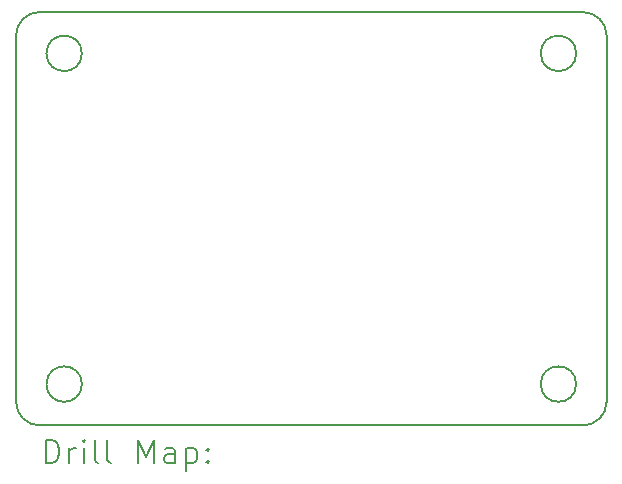
<source format=gbr>
%TF.GenerationSoftware,KiCad,Pcbnew,8.0.6*%
%TF.CreationDate,2024-12-13T00:51:44+01:00*%
%TF.ProjectId,ps2-tatacon-rp2040,7073322d-7461-4746-9163-6f6e2d727032,rev?*%
%TF.SameCoordinates,Original*%
%TF.FileFunction,Drillmap*%
%TF.FilePolarity,Positive*%
%FSLAX45Y45*%
G04 Gerber Fmt 4.5, Leading zero omitted, Abs format (unit mm)*
G04 Created by KiCad (PCBNEW 8.0.6) date 2024-12-13 00:51:44*
%MOMM*%
%LPD*%
G01*
G04 APERTURE LIST*
%ADD10C,0.200000*%
G04 APERTURE END LIST*
D10*
X2767500Y-2595000D02*
G75*
G02*
X2967500Y-2395000I200000J0D01*
G01*
X2967500Y-2395000D02*
X7567500Y-2395000D01*
X7767500Y-2595000D02*
X7767500Y-5695000D01*
X7567500Y-5895000D02*
X2967500Y-5895000D01*
X7767500Y-5695000D02*
G75*
G02*
X7567500Y-5895000I-200000J0D01*
G01*
X7567500Y-2395000D02*
G75*
G02*
X7767500Y-2595000I0J-200000D01*
G01*
X2967500Y-5895000D02*
G75*
G02*
X2767500Y-5695000I0J200000D01*
G01*
X2767500Y-5695000D02*
X2767500Y-2595000D01*
X7510000Y-5545000D02*
G75*
G02*
X7210000Y-5545000I-150000J0D01*
G01*
X7210000Y-5545000D02*
G75*
G02*
X7510000Y-5545000I150000J0D01*
G01*
X7510000Y-2745000D02*
G75*
G02*
X7210000Y-2745000I-150000J0D01*
G01*
X7210000Y-2745000D02*
G75*
G02*
X7510000Y-2745000I150000J0D01*
G01*
X3325000Y-5545000D02*
G75*
G02*
X3025000Y-5545000I-150000J0D01*
G01*
X3025000Y-5545000D02*
G75*
G02*
X3325000Y-5545000I150000J0D01*
G01*
X3325000Y-2745000D02*
G75*
G02*
X3025000Y-2745000I-150000J0D01*
G01*
X3025000Y-2745000D02*
G75*
G02*
X3325000Y-2745000I150000J0D01*
G01*
X3018277Y-6216484D02*
X3018277Y-6016484D01*
X3018277Y-6016484D02*
X3065896Y-6016484D01*
X3065896Y-6016484D02*
X3094467Y-6026008D01*
X3094467Y-6026008D02*
X3113515Y-6045055D01*
X3113515Y-6045055D02*
X3123039Y-6064103D01*
X3123039Y-6064103D02*
X3132562Y-6102198D01*
X3132562Y-6102198D02*
X3132562Y-6130769D01*
X3132562Y-6130769D02*
X3123039Y-6168865D01*
X3123039Y-6168865D02*
X3113515Y-6187912D01*
X3113515Y-6187912D02*
X3094467Y-6206960D01*
X3094467Y-6206960D02*
X3065896Y-6216484D01*
X3065896Y-6216484D02*
X3018277Y-6216484D01*
X3218277Y-6216484D02*
X3218277Y-6083150D01*
X3218277Y-6121246D02*
X3227801Y-6102198D01*
X3227801Y-6102198D02*
X3237324Y-6092674D01*
X3237324Y-6092674D02*
X3256372Y-6083150D01*
X3256372Y-6083150D02*
X3275420Y-6083150D01*
X3342086Y-6216484D02*
X3342086Y-6083150D01*
X3342086Y-6016484D02*
X3332562Y-6026008D01*
X3332562Y-6026008D02*
X3342086Y-6035531D01*
X3342086Y-6035531D02*
X3351610Y-6026008D01*
X3351610Y-6026008D02*
X3342086Y-6016484D01*
X3342086Y-6016484D02*
X3342086Y-6035531D01*
X3465896Y-6216484D02*
X3446848Y-6206960D01*
X3446848Y-6206960D02*
X3437324Y-6187912D01*
X3437324Y-6187912D02*
X3437324Y-6016484D01*
X3570658Y-6216484D02*
X3551610Y-6206960D01*
X3551610Y-6206960D02*
X3542086Y-6187912D01*
X3542086Y-6187912D02*
X3542086Y-6016484D01*
X3799229Y-6216484D02*
X3799229Y-6016484D01*
X3799229Y-6016484D02*
X3865896Y-6159341D01*
X3865896Y-6159341D02*
X3932562Y-6016484D01*
X3932562Y-6016484D02*
X3932562Y-6216484D01*
X4113515Y-6216484D02*
X4113515Y-6111722D01*
X4113515Y-6111722D02*
X4103991Y-6092674D01*
X4103991Y-6092674D02*
X4084943Y-6083150D01*
X4084943Y-6083150D02*
X4046848Y-6083150D01*
X4046848Y-6083150D02*
X4027801Y-6092674D01*
X4113515Y-6206960D02*
X4094467Y-6216484D01*
X4094467Y-6216484D02*
X4046848Y-6216484D01*
X4046848Y-6216484D02*
X4027801Y-6206960D01*
X4027801Y-6206960D02*
X4018277Y-6187912D01*
X4018277Y-6187912D02*
X4018277Y-6168865D01*
X4018277Y-6168865D02*
X4027801Y-6149817D01*
X4027801Y-6149817D02*
X4046848Y-6140293D01*
X4046848Y-6140293D02*
X4094467Y-6140293D01*
X4094467Y-6140293D02*
X4113515Y-6130769D01*
X4208753Y-6083150D02*
X4208753Y-6283150D01*
X4208753Y-6092674D02*
X4227801Y-6083150D01*
X4227801Y-6083150D02*
X4265896Y-6083150D01*
X4265896Y-6083150D02*
X4284944Y-6092674D01*
X4284944Y-6092674D02*
X4294467Y-6102198D01*
X4294467Y-6102198D02*
X4303991Y-6121246D01*
X4303991Y-6121246D02*
X4303991Y-6178388D01*
X4303991Y-6178388D02*
X4294467Y-6197436D01*
X4294467Y-6197436D02*
X4284944Y-6206960D01*
X4284944Y-6206960D02*
X4265896Y-6216484D01*
X4265896Y-6216484D02*
X4227801Y-6216484D01*
X4227801Y-6216484D02*
X4208753Y-6206960D01*
X4389705Y-6197436D02*
X4399229Y-6206960D01*
X4399229Y-6206960D02*
X4389705Y-6216484D01*
X4389705Y-6216484D02*
X4380182Y-6206960D01*
X4380182Y-6206960D02*
X4389705Y-6197436D01*
X4389705Y-6197436D02*
X4389705Y-6216484D01*
X4389705Y-6092674D02*
X4399229Y-6102198D01*
X4399229Y-6102198D02*
X4389705Y-6111722D01*
X4389705Y-6111722D02*
X4380182Y-6102198D01*
X4380182Y-6102198D02*
X4389705Y-6092674D01*
X4389705Y-6092674D02*
X4389705Y-6111722D01*
M02*

</source>
